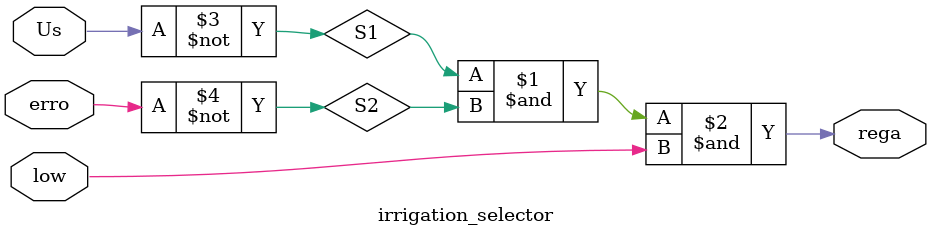
<source format=v>
module irrigation_selector(
    input erro, 
    input Us, 
    input low, 
    
    output rega,
);

    wire S1, S2;

    not not1(S1,Us);
    not not2(S2,erro);
    and and1(rega, S1, S2, low);

endmodule 
</source>
